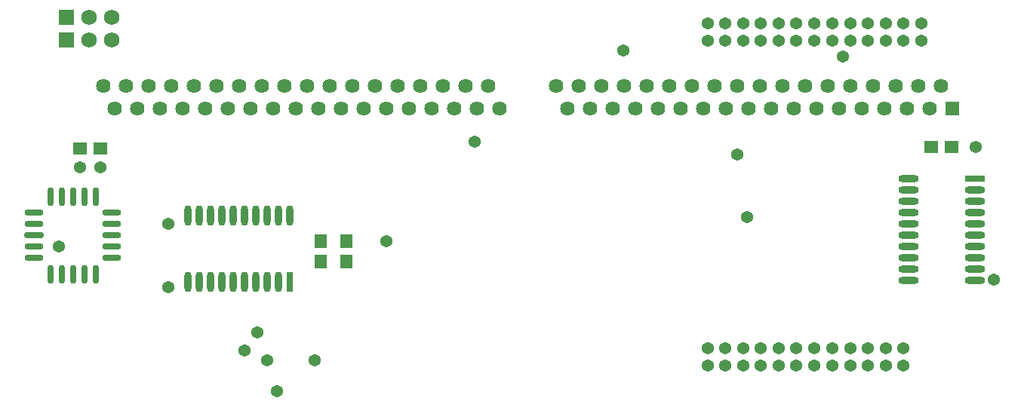
<source format=gbs>
G04*
G04 #@! TF.GenerationSoftware,Altium Limited,Altium Designer,21.1.0 (24)*
G04*
G04 Layer_Color=16711935*
%FSLAX25Y25*%
%MOIN*%
G70*
G04*
G04 #@! TF.SameCoordinates,0D440C85-AE3C-4C52-A60E-649D9F504D21*
G04*
G04*
G04 #@! TF.FilePolarity,Negative*
G04*
G01*
G75*
%ADD13C,0.06900*%
%ADD14R,0.06900X0.06900*%
%ADD15C,0.05400*%
%ADD16C,0.06400*%
%ADD17R,0.06400X0.06400*%
%ADD39R,0.06400X0.05400*%
%ADD40O,0.09061X0.03156*%
%ADD41R,0.09061X0.03156*%
%ADD42O,0.03156X0.09061*%
%ADD43R,0.03156X0.09061*%
%ADD44R,0.05400X0.06400*%
%ADD45O,0.02800X0.08400*%
%ADD46O,0.08400X0.02800*%
G04:AMPARAMS|DCode=47|XSize=28mil|YSize=84mil|CornerRadius=0mil|HoleSize=0mil|Usage=FLASHONLY|Rotation=270.000|XOffset=0mil|YOffset=0mil|HoleType=Round|Shape=Octagon|*
%AMOCTAGOND47*
4,1,8,0.04200,0.00700,0.04200,-0.00700,0.03500,-0.01400,-0.03500,-0.01400,-0.04200,-0.00700,-0.04200,0.00700,-0.03500,0.01400,0.03500,0.01400,0.04200,0.00700,0.0*
%
%ADD47OCTAGOND47*%

D13*
X-193800Y25396D02*
D03*
X-183800D02*
D03*
X-193800Y35396D02*
D03*
X-183800D02*
D03*
D14*
X-203800Y25396D02*
D03*
Y35396D02*
D03*
D15*
X79440Y32698D02*
D03*
Y24798D02*
D03*
X87340Y32698D02*
D03*
Y24798D02*
D03*
X95140Y32698D02*
D03*
X103040D02*
D03*
X110940D02*
D03*
X118740D02*
D03*
X126640D02*
D03*
X134540D02*
D03*
X142440D02*
D03*
X150240D02*
D03*
X158140D02*
D03*
X166040D02*
D03*
X95140Y24798D02*
D03*
X103040D02*
D03*
X110940D02*
D03*
X118740D02*
D03*
X126640D02*
D03*
X134540D02*
D03*
X142440D02*
D03*
X150240D02*
D03*
X158140D02*
D03*
X166040D02*
D03*
X173940D02*
D03*
Y32698D02*
D03*
X79440Y-118902D02*
D03*
Y-111002D02*
D03*
X87340Y-118902D02*
D03*
Y-111002D02*
D03*
X95140Y-118902D02*
D03*
Y-111002D02*
D03*
X103040D02*
D03*
Y-118902D02*
D03*
X110940D02*
D03*
Y-111002D02*
D03*
X118740Y-118902D02*
D03*
Y-111002D02*
D03*
X126640Y-118902D02*
D03*
Y-111002D02*
D03*
X134540Y-118902D02*
D03*
Y-111002D02*
D03*
X142440Y-118902D02*
D03*
Y-111002D02*
D03*
X150240Y-118902D02*
D03*
Y-111002D02*
D03*
X158140Y-118902D02*
D03*
Y-111002D02*
D03*
X166040Y-118902D02*
D03*
Y-111002D02*
D03*
X-188620Y-31120D02*
D03*
X-197620D02*
D03*
X42400Y20700D02*
D03*
X-207000Y-66100D02*
D03*
X-158600Y-84100D02*
D03*
Y-56100D02*
D03*
X205900Y-80900D02*
D03*
X197900Y-22025D02*
D03*
X-110600Y-130100D02*
D03*
X-62366Y-63666D02*
D03*
X92500Y-25500D02*
D03*
X97000Y-53000D02*
D03*
X139400Y17900D02*
D03*
X-23500Y-19700D02*
D03*
X-115190Y-116311D02*
D03*
X-94000Y-116500D02*
D03*
X-119400Y-104000D02*
D03*
X-125200Y-112100D02*
D03*
D16*
X-177500Y5000D02*
D03*
X182500D02*
D03*
X172500D02*
D03*
X162500D02*
D03*
X152500D02*
D03*
X142500D02*
D03*
X132500D02*
D03*
X122500D02*
D03*
X112500D02*
D03*
X102500D02*
D03*
X92500D02*
D03*
X82500D02*
D03*
X72500D02*
D03*
X62500D02*
D03*
X52500D02*
D03*
X42500D02*
D03*
X32500D02*
D03*
X22500D02*
D03*
X12500D02*
D03*
X-17500D02*
D03*
X-27500D02*
D03*
X-37500D02*
D03*
X-47500D02*
D03*
X-57500D02*
D03*
X-67500D02*
D03*
X-77500D02*
D03*
X-87500D02*
D03*
X-97500D02*
D03*
X-107500D02*
D03*
X-117500D02*
D03*
X-127500D02*
D03*
X-137500D02*
D03*
X-147500D02*
D03*
X-157500D02*
D03*
X-167500D02*
D03*
X-187500D02*
D03*
X177500Y-5000D02*
D03*
X167500D02*
D03*
X157500D02*
D03*
X147500D02*
D03*
X137500D02*
D03*
X127500D02*
D03*
X117500D02*
D03*
X107500D02*
D03*
X97500D02*
D03*
X87500D02*
D03*
X77500D02*
D03*
X67500D02*
D03*
X57500D02*
D03*
X47500D02*
D03*
X37500D02*
D03*
X27500D02*
D03*
X17500D02*
D03*
X-12500D02*
D03*
X-22500D02*
D03*
X-32500D02*
D03*
X-42500D02*
D03*
X-52500D02*
D03*
X-62500D02*
D03*
X-72500D02*
D03*
X-82500D02*
D03*
X-92500D02*
D03*
X-102500D02*
D03*
X-112500D02*
D03*
X-122500D02*
D03*
X-132500D02*
D03*
X-142500D02*
D03*
X-152500D02*
D03*
X-162500D02*
D03*
X-172500D02*
D03*
X-182500D02*
D03*
D17*
X187500D02*
D03*
D39*
X187250Y-22025D02*
D03*
X178250D02*
D03*
X-188620Y-22616D02*
D03*
X-197620D02*
D03*
D40*
X197510Y-75944D02*
D03*
Y-70944D02*
D03*
Y-65944D02*
D03*
Y-60944D02*
D03*
Y-55944D02*
D03*
Y-50944D02*
D03*
Y-45944D02*
D03*
Y-40944D02*
D03*
X168376Y-80944D02*
D03*
Y-75944D02*
D03*
Y-70944D02*
D03*
Y-65944D02*
D03*
Y-60944D02*
D03*
Y-55944D02*
D03*
Y-50944D02*
D03*
Y-45944D02*
D03*
X197510Y-80944D02*
D03*
X168376Y-40944D02*
D03*
Y-35944D02*
D03*
D41*
X197510D02*
D03*
D42*
X-145189Y-81708D02*
D03*
X-110189D02*
D03*
X-115190D02*
D03*
X-120189D02*
D03*
X-125189D02*
D03*
X-130190D02*
D03*
X-135189D02*
D03*
X-140190D02*
D03*
X-115190Y-52574D02*
D03*
X-120189D02*
D03*
X-125189D02*
D03*
X-130190D02*
D03*
X-135189D02*
D03*
X-140190D02*
D03*
X-145189D02*
D03*
X-150189D02*
D03*
X-110189D02*
D03*
X-150189Y-81708D02*
D03*
X-105190Y-52574D02*
D03*
D43*
Y-81708D02*
D03*
D44*
X-91530Y-72660D02*
D03*
Y-63660D02*
D03*
X-79966Y-63714D02*
D03*
Y-72714D02*
D03*
D45*
X-195786Y-43930D02*
D03*
X-200786D02*
D03*
X-210886Y-78430D02*
D03*
X-205786D02*
D03*
X-200786D02*
D03*
X-195786D02*
D03*
X-190786D02*
D03*
Y-43930D02*
D03*
X-210886D02*
D03*
X-205786D02*
D03*
D46*
X-183586Y-61230D02*
D03*
X-218086Y-51130D02*
D03*
Y-56230D02*
D03*
X-183586Y-66230D02*
D03*
X-218086Y-71230D02*
D03*
X-183586D02*
D03*
X-218086Y-66230D02*
D03*
X-183586Y-56230D02*
D03*
Y-51130D02*
D03*
D47*
X-218086Y-61230D02*
D03*
M02*

</source>
